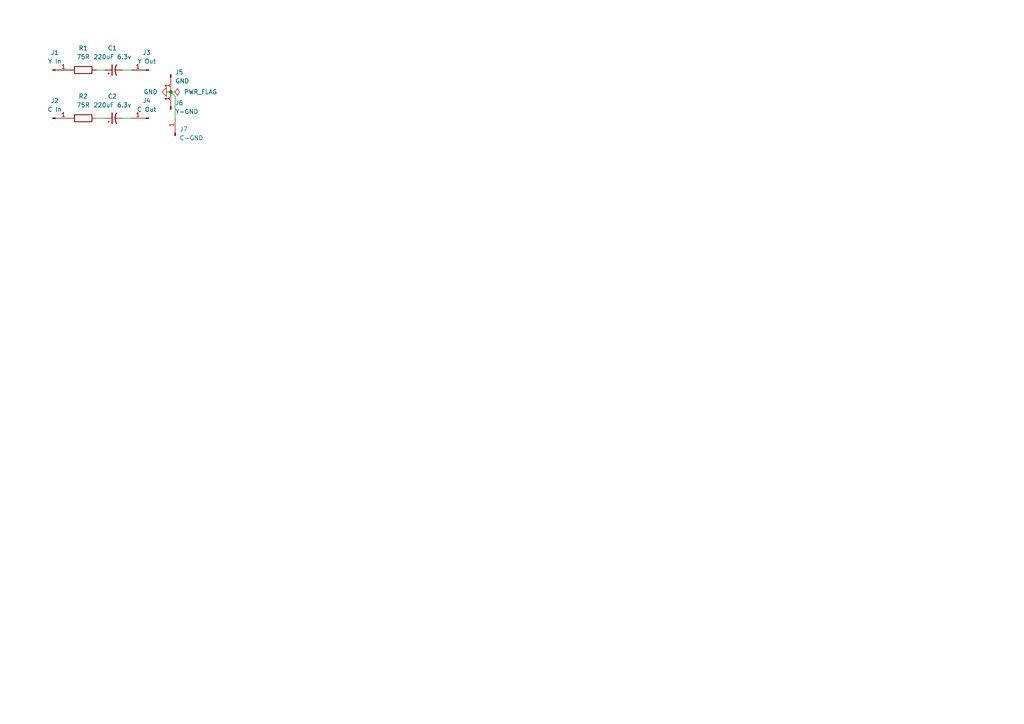
<source format=kicad_sch>
(kicad_sch (version 20230121) (generator eeschema)
  (paper "A4")
  (lib_symbols
    (symbol "Connector:Conn_01x01_Pin" (pin_names (offset 1.016) hide)
      (property "Reference" "J" (at 0 2.54 0))
      (property "Value" "Conn_01x01_Pin" (at 0 -2.54 0))
      (symbol "Conn_01x01_Pin_1_1"
        (polyline (pts (xy 1.27 0) (xy 0.8636 0)) (stroke (width 0.1524)))
        (rectangle (start 0.8636 0.127) (end 0 -0.127) (stroke (width 0.1524)) (fill (type outline)))
        (pin passive line (at 5.08 0 180) (length 3.81) (name "Pin_1") (number "1"))
      )
    )
    (symbol "Device:C_Polarized_Small_US" (pin_numbers hide) (pin_names (offset 0.254) hide)
      (property "Reference" "C" (at 0.254 1.778 0))
      (property "Value" "C_Polarized_Small_US" (at 0.254 -2.032 0))
      (symbol "C_Polarized_Small_US_0_1"
        (polyline (pts (xy -1.524 0.508) (xy 1.524 0.508)) (stroke (width 0.3048)))
        (polyline (pts (xy -1.27 1.524) (xy -0.762 1.524)))
        (polyline (pts (xy -1.016 1.27) (xy -1.016 1.778)))
        (arc (start 1.524 -0.762) (mid 0 -0.3734) (end -1.524 -0.762) (stroke (width 0.3048)))
      )
      (symbol "C_Polarized_Small_US_1_1"
        (pin passive line (at 0 2.54 270) (length 2.032) (name "~") (number "1"))
        (pin passive line (at 0 -2.54 90) (length 2.032) (name "~") (number "2"))
      )
    )
    (symbol "Device:R" (pin_numbers hide) (pin_names (offset 0))
      (property "Reference" "R" (at 2.032 0 90))
      (property "Value" "R" (at 0 0 90))
      (symbol "R_0_1"
        (rectangle (start -1.016 -2.54) (end 1.016 2.54) (stroke (width 0.254)))
      )
      (symbol "R_1_1"
        (pin passive line (at 0 3.81 270) (length 1.27) (name "~") (number "1"))
        (pin passive line (at 0 -3.81 90) (length 1.27) (name "~") (number "2"))
      )
    )
    (symbol "power:GND" (power) (pin_names (offset 0))
      (property "Value" "GND" (at 0 -3.81 0))
      (symbol "GND_0_1"
        (polyline (pts (xy 0 0) (xy 0 -1.27) (xy 1.27 -1.27) (xy 0 -2.54) (xy -1.27 -1.27) (xy 0 -1.27)))
      )
      (symbol "GND_1_1"
        (pin power_in line (at 0 0 270) (length 0) hide (name "GND") (number "1"))
      )
    )
    (symbol "power:PWR_FLAG" (power) (pin_numbers hide) (pin_names (offset 0) hide)
      (property "Value" "PWR_FLAG" (at 0 3.81 0))
      (symbol "PWR_FLAG_0_0"
        (pin power_out line (at 0 0 90) (length 0) (name "pwr") (number "1"))
      )
      (symbol "PWR_FLAG_0_1"
        (polyline (pts (xy 0 0) (xy 0 1.27) (xy -1.016 1.905) (xy 0 2.54) (xy 1.016 1.905) (xy 0 1.27)))
      )
    )
  )
  (junction (at 49.53 26.67))
  (wire (pts (xy 50.8 27.94) (xy 49.53 26.67)))
  (wire (pts (xy 35.56 20.32) (xy 38.1 20.32)))
  (wire (pts (xy 27.94 34.29) (xy 30.48 34.29)))
  (wire (pts (xy 50.8 34.29) (xy 50.8 27.94)))
  (wire (pts (xy 35.56 34.29) (xy 38.1 34.29)))
  (wire (pts (xy 27.94 20.32) (xy 30.48 20.32)))
  (symbol (lib_id "Device:C_Polarized_Small_US") (at 33.02 20.32 90) (unit 1)
    (property "Reference" "C1" (at 32.5882 13.97 90))
    (property "Value" "220uF 6.3v" (at 32.5882 16.51 90))
    (property "Footprint" "Capacitor_THT:CP_Radial_D5.0mm_P2.50mm" (effects hide))
  )
  (symbol (lib_id "Connector:Conn_01x01_Pin") (at 43.18 34.29 180) (unit 1) (in_bom no)
    (property "Reference" "J4" (at 42.545 29.21 0))
    (property "Value" "C Out" (at 42.545 31.75 0))
    (property "Footprint" "Custom:SolderWirePad_1x01_SMD_2x4mm" (effects hide))
  )
  (symbol (lib_id "power:PWR_FLAG") (at 49.53 26.67 270) (unit 1) (in_bom no)
    (property "Reference" "#FLG01" (effects hide))
    (property "Value" "PWR_FLAG" (at 53.34 26.67 90) (effects (justify left)))
  )
  (symbol (lib_id "Device:R") (at 24.13 20.32 90) (unit 1)
    (property "Reference" "R1" (at 24.13 13.97 90))
    (property "Value" "75R" (at 24.13 16.51 90))
    (property "Footprint" "Resistor_THT:R_Axial_DIN0207_L6.3mm_D2.5mm_P10.16mm_Horizontal" (effects hide))
  )
  (symbol (lib_id "Connector:Conn_01x01_Pin") (at 43.18 20.32 180) (unit 1) (in_bom no)
    (property "Reference" "J3" (at 42.545 15.24 0))
    (property "Value" "Y Out" (at 42.545 17.78 0))
    (property "Footprint" "Custom:SolderWirePad_1x01_SMD_2x4mm" (effects hide))
  )
  (symbol (lib_id "Connector:Conn_01x01_Pin") (at 15.24 20.32 0) (unit 1) (in_bom no)
    (property "Reference" "J1" (at 15.875 15.24 0))
    (property "Value" "Y In" (at 15.875 17.78 0))
    (property "Footprint" "Custom:SolderWirePad_1x01_SMD_2x4mm" (effects hide))
  )
  (symbol (lib_id "Connector:Conn_01x01_Pin") (at 49.53 21.59 270) (unit 1) (in_bom no)
    (property "Reference" "J5" (at 50.8 20.955 90) (effects (justify left)))
    (property "Value" "GND" (at 50.8 23.495 90) (effects (justify left)))
    (property "Footprint" "Custom:SolderWirePad_1x01_SMD_2x4mm" (effects hide))
  )
  (symbol (lib_id "Connector:Conn_01x01_Pin") (at 50.8 39.37 90) (unit 1) (in_bom no)
    (property "Reference" "J7" (at 52.07 37.465 90) (effects (justify right)))
    (property "Value" "C-GND" (at 52.07 40.005 90) (effects (justify right)))
    (property "Footprint" "Custom:SolderWirePad_1x01_SMD_2x4mm" (effects hide))
  )
  (symbol (lib_id "power:GND") (at 49.53 26.67 270) (unit 1) (in_bom no)
    (property "Reference" "#PWR01" (effects hide))
    (property "Value" "GND" (at 45.72 26.67 90) (effects (justify right)))
  )
  (symbol (lib_id "Connector:Conn_01x01_Pin") (at 15.24 34.29 0) (unit 1) (in_bom no)
    (property "Reference" "J2" (at 15.875 29.21 0))
    (property "Value" "C In" (at 15.875 31.75 0))
    (property "Footprint" "Custom:SolderWirePad_1x01_SMD_2x4mm" (effects hide))
  )
  (symbol (lib_id "Device:C_Polarized_Small_US") (at 33.02 34.29 90) (unit 1)
    (property "Reference" "C2" (at 32.5882 27.94 90))
    (property "Value" "220uF 6.3v" (at 32.5882 30.48 90))
    (property "Footprint" "Capacitor_THT:CP_Radial_D5.0mm_P2.50mm" (effects hide))
  )
  (symbol (lib_id "Device:R") (at 24.13 34.29 90) (unit 1)
    (property "Reference" "R2" (at 24.13 27.94 90))
    (property "Value" "75R" (at 24.13 30.48 90))
    (property "Footprint" "Resistor_THT:R_Axial_DIN0207_L6.3mm_D2.5mm_P10.16mm_Horizontal" (effects hide))
  )
  (symbol (lib_id "Connector:Conn_01x01_Pin") (at 49.53 31.75 90) (unit 1) (in_bom no)
    (property "Reference" "J6" (at 50.8 29.845 90) (effects (justify right)))
    (property "Value" "Y-GND" (at 50.8 32.385 90) (effects (justify right)))
    (property "Footprint" "Custom:SolderWirePad_1x01_SMD_2x4mm" (effects hide))
  )
)
</source>
